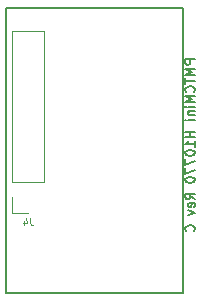
<source format=gbr>
G04 #@! TF.GenerationSoftware,KiCad,Pcbnew,5.1.8-db9833491~88~ubuntu20.04.1*
G04 #@! TF.CreationDate,2021-01-29T13:44:14-05:00*
G04 #@! TF.ProjectId,pmtcmini-h10770,706d7463-6d69-46e6-992d-683130373730,rev?*
G04 #@! TF.SameCoordinates,Original*
G04 #@! TF.FileFunction,Legend,Bot*
G04 #@! TF.FilePolarity,Positive*
%FSLAX46Y46*%
G04 Gerber Fmt 4.6, Leading zero omitted, Abs format (unit mm)*
G04 Created by KiCad (PCBNEW 5.1.8-db9833491~88~ubuntu20.04.1) date 2021-01-29 13:44:14*
%MOMM*%
%LPD*%
G01*
G04 APERTURE LIST*
%ADD10C,0.150000*%
%ADD11C,0.120000*%
%ADD12C,0.100000*%
G04 APERTURE END LIST*
D10*
X143161904Y-63542857D02*
X142361904Y-63542857D01*
X142361904Y-63847619D01*
X142400000Y-63923809D01*
X142438095Y-63961904D01*
X142514285Y-64000000D01*
X142628571Y-64000000D01*
X142704761Y-63961904D01*
X142742857Y-63923809D01*
X142780952Y-63847619D01*
X142780952Y-63542857D01*
X143161904Y-64342857D02*
X142361904Y-64342857D01*
X142933333Y-64609523D01*
X142361904Y-64876190D01*
X143161904Y-64876190D01*
X142361904Y-65142857D02*
X142361904Y-65600000D01*
X143161904Y-65371428D02*
X142361904Y-65371428D01*
X143085714Y-66323809D02*
X143123809Y-66285714D01*
X143161904Y-66171428D01*
X143161904Y-66095238D01*
X143123809Y-65980952D01*
X143047619Y-65904761D01*
X142971428Y-65866666D01*
X142819047Y-65828571D01*
X142704761Y-65828571D01*
X142552380Y-65866666D01*
X142476190Y-65904761D01*
X142400000Y-65980952D01*
X142361904Y-66095238D01*
X142361904Y-66171428D01*
X142400000Y-66285714D01*
X142438095Y-66323809D01*
X143161904Y-66666666D02*
X142361904Y-66666666D01*
X142933333Y-66933333D01*
X142361904Y-67200000D01*
X143161904Y-67200000D01*
X143161904Y-67580952D02*
X142628571Y-67580952D01*
X142361904Y-67580952D02*
X142400000Y-67542857D01*
X142438095Y-67580952D01*
X142400000Y-67619047D01*
X142361904Y-67580952D01*
X142438095Y-67580952D01*
X142628571Y-67961904D02*
X143161904Y-67961904D01*
X142704761Y-67961904D02*
X142666666Y-68000000D01*
X142628571Y-68076190D01*
X142628571Y-68190476D01*
X142666666Y-68266666D01*
X142742857Y-68304761D01*
X143161904Y-68304761D01*
X143161904Y-68685714D02*
X142628571Y-68685714D01*
X142361904Y-68685714D02*
X142400000Y-68647619D01*
X142438095Y-68685714D01*
X142400000Y-68723809D01*
X142361904Y-68685714D01*
X142438095Y-68685714D01*
X143161904Y-69676190D02*
X142361904Y-69676190D01*
X142742857Y-69676190D02*
X142742857Y-70133333D01*
X143161904Y-70133333D02*
X142361904Y-70133333D01*
X143161904Y-70933333D02*
X143161904Y-70476190D01*
X143161904Y-70704761D02*
X142361904Y-70704761D01*
X142476190Y-70628571D01*
X142552380Y-70552380D01*
X142590476Y-70476190D01*
X142361904Y-71428571D02*
X142361904Y-71504761D01*
X142400000Y-71580952D01*
X142438095Y-71619047D01*
X142514285Y-71657142D01*
X142666666Y-71695238D01*
X142857142Y-71695238D01*
X143009523Y-71657142D01*
X143085714Y-71619047D01*
X143123809Y-71580952D01*
X143161904Y-71504761D01*
X143161904Y-71428571D01*
X143123809Y-71352380D01*
X143085714Y-71314285D01*
X143009523Y-71276190D01*
X142857142Y-71238095D01*
X142666666Y-71238095D01*
X142514285Y-71276190D01*
X142438095Y-71314285D01*
X142400000Y-71352380D01*
X142361904Y-71428571D01*
X142361904Y-71961904D02*
X142361904Y-72495238D01*
X143161904Y-72152380D01*
X142361904Y-72723809D02*
X142361904Y-73257142D01*
X143161904Y-72914285D01*
X142361904Y-73714285D02*
X142361904Y-73790476D01*
X142400000Y-73866666D01*
X142438095Y-73904761D01*
X142514285Y-73942857D01*
X142666666Y-73980952D01*
X142857142Y-73980952D01*
X143009523Y-73942857D01*
X143085714Y-73904761D01*
X143123809Y-73866666D01*
X143161904Y-73790476D01*
X143161904Y-73714285D01*
X143123809Y-73638095D01*
X143085714Y-73600000D01*
X143009523Y-73561904D01*
X142857142Y-73523809D01*
X142666666Y-73523809D01*
X142514285Y-73561904D01*
X142438095Y-73600000D01*
X142400000Y-73638095D01*
X142361904Y-73714285D01*
X143161904Y-75390476D02*
X142780952Y-75123809D01*
X143161904Y-74933333D02*
X142361904Y-74933333D01*
X142361904Y-75238095D01*
X142400000Y-75314285D01*
X142438095Y-75352380D01*
X142514285Y-75390476D01*
X142628571Y-75390476D01*
X142704761Y-75352380D01*
X142742857Y-75314285D01*
X142780952Y-75238095D01*
X142780952Y-74933333D01*
X143123809Y-76038095D02*
X143161904Y-75961904D01*
X143161904Y-75809523D01*
X143123809Y-75733333D01*
X143047619Y-75695238D01*
X142742857Y-75695238D01*
X142666666Y-75733333D01*
X142628571Y-75809523D01*
X142628571Y-75961904D01*
X142666666Y-76038095D01*
X142742857Y-76076190D01*
X142819047Y-76076190D01*
X142895238Y-75695238D01*
X142628571Y-76342857D02*
X143161904Y-76533333D01*
X142628571Y-76723809D01*
X143085714Y-78095238D02*
X143123809Y-78057142D01*
X143161904Y-77942857D01*
X143161904Y-77866666D01*
X143123809Y-77752380D01*
X143047619Y-77676190D01*
X142971428Y-77638095D01*
X142819047Y-77600000D01*
X142704761Y-77600000D01*
X142552380Y-77638095D01*
X142476190Y-77676190D01*
X142400000Y-77752380D01*
X142361904Y-77866666D01*
X142361904Y-77942857D01*
X142400000Y-78057142D01*
X142438095Y-78095238D01*
D11*
X127725000Y-73931000D02*
X127725000Y-61171000D01*
X127725000Y-61171000D02*
X130385000Y-61171000D01*
X127725000Y-73931000D02*
X130385000Y-73931000D01*
X130385000Y-73931000D02*
X130385000Y-61171000D01*
X127725000Y-76531000D02*
X129055000Y-76531000D01*
X127725000Y-75201000D02*
X127725000Y-76531000D01*
D10*
X127150000Y-59326000D02*
X127150000Y-83329000D01*
X127150000Y-83329000D02*
X142136000Y-83329000D01*
X142136000Y-83329000D02*
X142136000Y-59199000D01*
X142136000Y-59199000D02*
X127277000Y-59199000D01*
X127277000Y-59199000D02*
X127150000Y-59199000D01*
X127150000Y-59199000D02*
X127150000Y-59326000D01*
D12*
X129250000Y-76996428D02*
X129250000Y-77425000D01*
X129278571Y-77510714D01*
X129335714Y-77567857D01*
X129421428Y-77596428D01*
X129478571Y-77596428D01*
X128707142Y-77196428D02*
X128707142Y-77596428D01*
X128850000Y-76967857D02*
X128992857Y-77396428D01*
X128621428Y-77396428D01*
M02*

</source>
